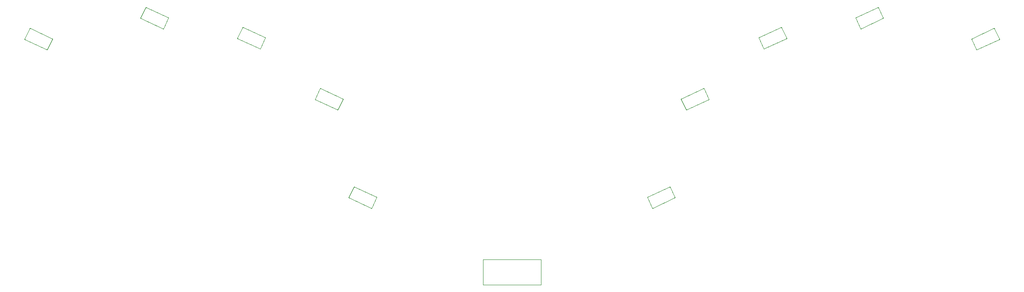
<source format=gbr>
%TF.GenerationSoftware,KiCad,Pcbnew,7.0.5*%
%TF.CreationDate,2023-06-04T15:55:19-04:00*%
%TF.ProjectId,epsilon-kb,65707369-6c6f-46e2-9d6b-622e6b696361,rev?*%
%TF.SameCoordinates,Original*%
%TF.FileFunction,Other,User*%
%FSLAX46Y46*%
G04 Gerber Fmt 4.6, Leading zero omitted, Abs format (unit mm)*
G04 Created by KiCad (PCBNEW 7.0.5) date 2023-06-04 15:55:19*
%MOMM*%
%LPD*%
G01*
G04 APERTURE LIST*
%ADD10C,0.050000*%
G04 APERTURE END LIST*
D10*
%TO.C,SW11*%
X144550002Y-129352500D02*
X144550002Y-124552500D01*
X155450002Y-129352500D02*
X144550002Y-129352500D01*
X155450002Y-124552500D02*
X155450002Y-129352500D01*
X144550002Y-124552500D02*
X155450002Y-124552500D01*
%TO.C,D20*%
X179551495Y-110921327D02*
X175291849Y-112907633D01*
X180523517Y-113005835D02*
X179551495Y-110921327D01*
X176263871Y-114992141D02*
X180523517Y-113005835D01*
X176263871Y-114992141D02*
X175291849Y-112907633D01*
%TO.C,D11*%
X58828980Y-83346217D02*
X63088626Y-85332523D01*
X59801002Y-81261709D02*
X58828980Y-83346217D01*
X64060648Y-83248015D02*
X59801002Y-81261709D01*
X64060648Y-83248015D02*
X63088626Y-85332523D01*
%TO.C,D19*%
X120448504Y-110921327D02*
X119476482Y-113005835D01*
X124708150Y-112907633D02*
X123736128Y-114992141D01*
X119476482Y-113005835D02*
X123736128Y-114992141D01*
X124708150Y-112907633D02*
X120448504Y-110921327D01*
%TO.C,D18*%
X236911374Y-85332523D02*
X235939352Y-83248015D01*
X241171020Y-83346217D02*
X240198998Y-81261709D01*
X236911374Y-85332523D02*
X241171020Y-83346217D01*
X240198998Y-81261709D02*
X235939352Y-83248015D01*
%TO.C,D14*%
X118389651Y-94513978D02*
X117417629Y-96598486D01*
X114130005Y-92527672D02*
X113157983Y-94612180D01*
X118389651Y-94513978D02*
X114130005Y-92527672D01*
X113157983Y-94612180D02*
X117417629Y-96598486D01*
%TO.C,D15*%
X186842016Y-94612179D02*
X185869994Y-92527671D01*
X185869994Y-92527671D02*
X181610348Y-94513977D01*
X182582370Y-96598485D02*
X186842016Y-94612179D01*
X182582370Y-96598485D02*
X181610348Y-94513977D01*
%TO.C,D17*%
X219469095Y-79397921D02*
X218497073Y-77313413D01*
X218497073Y-77313413D02*
X214237427Y-79299719D01*
X215209449Y-81384227D02*
X214237427Y-79299719D01*
X215209449Y-81384227D02*
X219469095Y-79397921D01*
%TO.C,D13*%
X103872239Y-83055041D02*
X99612593Y-81068735D01*
X99612593Y-81068735D02*
X98640571Y-83153243D01*
X98640571Y-83153243D02*
X102900217Y-85139549D01*
X103872239Y-83055041D02*
X102900217Y-85139549D01*
%TO.C,D16*%
X200387408Y-81068734D02*
X196127762Y-83055040D01*
X197099784Y-85139548D02*
X201359430Y-83153242D01*
X197099784Y-85139548D02*
X196127762Y-83055040D01*
X201359430Y-83153242D02*
X200387408Y-81068734D01*
%TO.C,D12*%
X80530903Y-79397921D02*
X84790549Y-81384227D01*
X85762571Y-79299719D02*
X81502925Y-77313413D01*
X81502925Y-77313413D02*
X80530903Y-79397921D01*
X85762571Y-79299719D02*
X84790549Y-81384227D01*
%TD*%
M02*

</source>
